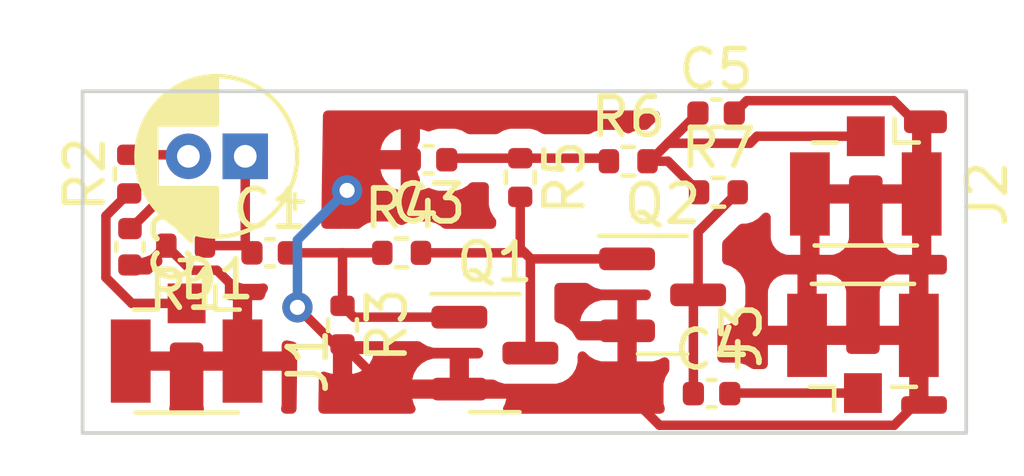
<source format=kicad_pcb>
(kicad_pcb (version 20211014) (generator pcbnew)
  (layers (0 "F.Cu" signal) (1 "In1.Cu" signal) (2 "In2.Cu" signal) (31 "B.Cu" signal) (34 "B.Paste" user) (35 "F.Paste" user) (36 "B.SilkS" user "B.Silkscreen") (37 "F.SilkS" user "F.Silkscreen") (38 "B.Mask" user) (39 "F.Mask" user) (44 "Edge.Cuts" user))
  (net 0 "")
  (net 1 "Net-(C1-Pad1)")
  (net 2 "Net-(C1-Pad2)")
  (net 3 "Net-(C2-Pad1)")
  (net 4 "GND1")
  (net 5 "Net-(C3-Pad1)")
  (net 6 "GND2")
  (net 7 "Net-(C4-Pad1)")
  (net 8 "Net-(C4-Pad2)")
  (net 9 "Net-(C5-Pad1)")
  (net 10 "Net-(J1-Pad1)")
  (net 11 "Net-(Q1-Pad3)")
  (footprint "Connector_Coaxial:U.FL_Hirose_U.FL-R-SMT-1_Vertical" (layer "F.Cu") (at 88.695 73.825 -90)
    (fp_text reference "J1" (at 0.475 -3.2 90) (layer "F.SilkS"))
    (fp_text value "HV")
    (fp_line (start -0.885 1.4) (end -0.885 0.76) (layer "F.SilkS") (width 0.12))
    (fp_line (start -0.885 -1.4) (end -0.885 -0.76) (layer "F.SilkS") (width 0.12))
    (fp_line (start -0.885 -0.76) (end -1.515 -0.76) (layer "F.SilkS") (width 0.12))
    (fp_line (start 1.835 -1.35) (end 1.835 1.35) (layer "F.SilkS") (width 0.12))
    (pad "1" smd rect (at -1.05 0 270) (size 1.05 1) (layers "F.Cu" "F.Paste" "F.Mask") (net 10 "Net-(J1-Pad1)"))
    (pad "2" smd rect (at 0.475 1.475 270) (size 2.2 1.05) (layers "F.Cu" "F.Paste" "F.Mask") (net 4 "GND1"))
    (pad "2" smd rect (at 0.475 -1.475 270) (size 2.2 1.05) (layers "F.Cu" "F.Paste" "F.Mask") (net 4 "GND1"))
  )
  (footprint "Resistor_SMD:R_0402_1005Metric" (layer "F.Cu") (at 97.5 69.45 -90)
    (fp_text reference "R5" (at 0 -1.17 90) (layer "F.SilkS"))
    (fp_text value "R")
    (fp_line (start -0.153641 -0.38) (end 0.153641 -0.38) (layer "F.SilkS") (width 0.12))
    (fp_line (start -0.153641 0.38) (end 0.153641 0.38) (layer "F.SilkS") (width 0.12))
    (pad "1" smd roundrect (at -0.51 0 270) (size 0.54 0.64) (layers "F.Cu" "F.Paste" "F.Mask") (net 5 "Net-(C3-Pad1)"))
    (pad "2" smd roundrect (at 0.51 0 270) (size 0.54 0.64) (layers "F.Cu" "F.Paste" "F.Mask") (net 11 "Net-(Q1-Pad3)"))
  )
  (footprint "Capacitor_SMD:C_0402_1005Metric" (layer "F.Cu") (at 102.67 67.75)
    (fp_text reference "C5" (at 0 -1.16) (layer "F.SilkS"))
    (fp_text value "C")
    (fp_line (start -0.107836 -0.36) (end 0.107836 -0.36) (layer "F.SilkS") (width 0.12))
    (fp_line (start -0.107836 0.36) (end 0.107836 0.36) (layer "F.SilkS") (width 0.12))
    (pad "1" smd roundrect (at -0.48 0) (size 0.56 0.62) (layers "F.Cu" "F.Paste" "F.Mask") (net 9 "Net-(C5-Pad1)"))
    (pad "2" smd roundrect (at 0.48 0) (size 0.56 0.62) (layers "F.Cu" "F.Paste" "F.Mask") (net 6 "GND2"))
  )
  (footprint "Package_TO_SOT_SMD:SOT-23" (layer "F.Cu") (at 101.2575 72.55)
    (fp_text reference "Q2" (at 0 -2.4) (layer "F.SilkS"))
    (fp_text value "Q_NPN_BCE")
    (fp_line (start 0 -1.56) (end 0.65 -1.56) (layer "F.SilkS") (width 0.12))
    (fp_line (start 0 -1.56) (end -1.675 -1.56) (layer "F.SilkS") (width 0.12))
    (fp_line (start 0 1.56) (end 0.65 1.56) (layer "F.SilkS") (width 0.12))
    (fp_line (start 0 1.56) (end -0.65 1.56) (layer "F.SilkS") (width 0.12))
    (pad "1" smd roundrect (at -0.9375 -0.95) (size 1.475 0.6) (layers "F.Cu" "F.Paste" "F.Mask") (net 11 "Net-(Q1-Pad3)"))
    (pad "2" smd roundrect (at -0.9375 0.95) (size 1.475 0.6) (layers "F.Cu" "F.Paste" "F.Mask") (net 6 "GND2"))
    (pad "3" smd roundrect (at 0.9375 0) (size 1.475 0.6) (layers "F.Cu" "F.Paste" "F.Mask") (net 7 "Net-(C4-Pad1)"))
  )
  (footprint "Resistor_SMD:R_0402_1005Metric" (layer "F.Cu") (at 94.37 71.44)
    (fp_text reference "R4" (at 0 -1.17) (layer "F.SilkS"))
    (fp_text value "R")
    (fp_line (start -0.153641 0.38) (end 0.153641 0.38) (layer "F.SilkS") (width 0.12))
    (fp_line (start -0.153641 -0.38) (end 0.153641 -0.38) (layer "F.SilkS") (width 0.12))
    (pad "1" smd roundrect (at -0.51 0) (size 0.54 0.64) (layers "F.Cu" "F.Paste" "F.Mask") (net 2 "Net-(C1-Pad2)"))
    (pad "2" smd roundrect (at 0.51 0) (size 0.54 0.64) (layers "F.Cu" "F.Paste" "F.Mask") (net 11 "Net-(Q1-Pad3)"))
  )
  (footprint "Connector_Coaxial:U.FL_Hirose_U.FL-R-SMT-1_Vertical" (layer "F.Cu") (at 106.62 69.41 -90)
    (fp_text reference "J2" (at 0.475 -3.2 90) (layer "F.SilkS"))
    (fp_text value "Amp")
    (fp_line (start -0.885 -1.4) (end -0.885 -0.76) (layer "F.SilkS") (width 0.12))
    (fp_line (start -0.885 1.4) (end -0.885 0.76) (layer "F.SilkS") (width 0.12))
    (fp_line (start 1.835 -1.35) (end 1.835 1.35) (layer "F.SilkS") (width 0.12))
    (fp_line (start -0.885 -0.76) (end -1.515 -0.76) (layer "F.SilkS") (width 0.12))
    (pad "1" smd rect (at -1.05 0 270) (size 1.05 1) (layers "F.Cu" "F.Paste" "F.Mask") (net 9 "Net-(C5-Pad1)"))
    (pad "2" smd rect (at 0.475 1.475 270) (size 2.2 1.05) (layers "F.Cu" "F.Paste" "F.Mask") (net 6 "GND2"))
    (pad "2" smd rect (at 0.475 -1.475 270) (size 2.2 1.05) (layers "F.Cu" "F.Paste" "F.Mask") (net 6 "GND2"))
  )
  (footprint "Capacitor_SMD:C_0402_1005Metric" (layer "F.Cu") (at 90.9 71.44)
    (fp_text reference "C1" (at 0 -1.16) (layer "F.SilkS"))
    (fp_text value "C")
    (fp_line (start -0.107836 -0.36) (end 0.107836 -0.36) (layer "F.SilkS") (width 0.12))
    (fp_line (start -0.107836 0.36) (end 0.107836 0.36) (layer "F.SilkS") (width 0.12))
    (pad "1" smd roundrect (at -0.48 0) (size 0.56 0.62) (layers "F.Cu" "F.Paste" "F.Mask") (net 1 "Net-(C1-Pad1)"))
    (pad "2" smd roundrect (at 0.48 0) (size 0.56 0.62) (layers "F.Cu" "F.Paste" "F.Mask") (net 2 "Net-(C1-Pad2)"))
  )
  (footprint "Capacitor_SMD:C_0402_1005Metric" (layer "F.Cu") (at 87.2 71.28 -90)
    (fp_text reference "C2" (at 0 -1.16 90) (layer "F.SilkS"))
    (fp_text value "C")
    (fp_line (start -0.107836 -0.36) (end 0.107836 -0.36) (layer "F.SilkS") (width 0.12))
    (fp_line (start -0.107836 0.36) (end 0.107836 0.36) (layer "F.SilkS") (width 0.12))
    (pad "1" smd roundrect (at -0.48 0 270) (size 0.56 0.62) (layers "F.Cu" "F.Paste" "F.Mask") (net 3 "Net-(C2-Pad1)"))
    (pad "2" smd roundrect (at 0.48 0 270) (size 0.56 0.62) (layers "F.Cu" "F.Paste" "F.Mask") (net 4 "GND1"))
  )
  (footprint "Capacitor_SMD:C_0402_1005Metric" (layer "F.Cu") (at 102.55 75.16)
    (fp_text reference "C4" (at 0 -1.16) (layer "F.SilkS"))
    (fp_text value "C")
    (fp_line (start -0.107836 -0.36) (end 0.107836 -0.36) (layer "F.SilkS") (width 0.12))
    (fp_line (start -0.107836 0.36) (end 0.107836 0.36) (layer "F.SilkS") (width 0.12))
    (pad "1" smd roundrect (at -0.48 0) (size 0.56 0.62) (layers "F.Cu" "F.Paste" "F.Mask") (net 7 "Net-(C4-Pad1)"))
    (pad "2" smd roundrect (at 0.48 0) (size 0.56 0.62) (layers "F.Cu" "F.Paste" "F.Mask") (net 8 "Net-(C4-Pad2)"))
  )
  (footprint "Connector_Coaxial:U.FL_Hirose_U.FL-R-SMT-1_Vertical" (layer "F.Cu") (at 106.545 74.095 90)
    (fp_text reference "J3" (at 0.475 -3.2 90) (layer "F.SilkS"))
    (fp_text value "Signal")
    (fp_line (start -0.885 -1.4) (end -0.885 -0.76) (layer "F.SilkS") (width 0.12))
    (fp_line (start -0.885 -0.76) (end -1.515 -0.76) (layer "F.SilkS") (width 0.12))
    (fp_line (start -0.885 1.4) (end -0.885 0.76) (layer "F.SilkS") (width 0.12))
    (fp_line (start 1.835 -1.35) (end 1.835 1.35) (layer "F.SilkS") (width 0.12))
    (pad "1" smd rect (at -1.05 0 90) (size 1.05 1) (layers "F.Cu" "F.Paste" "F.Mask") (net 8 "Net-(C4-Pad2)"))
    (pad "2" smd rect (at 0.475 -1.475 90) (size 2.2 1.05) (layers "F.Cu" "F.Paste" "F.Mask") (net 6 "GND2"))
    (pad "2" smd rect (at 0.475 1.475 90) (size 2.2 1.05) (layers "F.Cu" "F.Paste" "F.Mask") (net 6 "GND2"))
  )
  (footprint "Capacitor_SMD:C_0402_1005Metric" (layer "F.Cu") (at 95.08 68.98 180)
    (fp_text reference "C3" (at 0 -1.16) (layer "F.SilkS"))
    (fp_text value "C")
    (fp_line (start -0.107836 0.36) (end 0.107836 0.36) (layer "F.SilkS") (width 0.12))
    (fp_line (start -0.107836 -0.36) (end 0.107836 -0.36) (layer "F.SilkS") (width 0.12))
    (pad "1" smd roundrect (at -0.48 0 180) (size 0.56 0.62) (layers "F.Cu" "F.Paste" "F.Mask") (net 5 "Net-(C3-Pad1)"))
    (pad "2" smd roundrect (at 0.48 0 180) (size 0.56 0.62) (layers "F.Cu" "F.Paste" "F.Mask") (net 6 "GND2"))
  )
  (footprint "Resistor_SMD:R_0402_1005Metric" (layer "F.Cu") (at 102.73 69.84)
    (fp_text reference "R7" (at 0 -1.17) (layer "F.SilkS"))
    (fp_text value "R")
    (fp_line (start -0.153641 -0.38) (end 0.153641 -0.38) (layer "F.SilkS") (width 0.12))
    (fp_line (start -0.153641 0.38) (end 0.153641 0.38) (layer "F.SilkS") (width 0.12))
    (pad "1" smd roundrect (at -0.51 0) (size 0.54 0.64) (layers "F.Cu" "F.Paste" "F.Mask") (net 9 "Net-(C5-Pad1)"))
    (pad "2" smd roundrect (at 0.51 0) (size 0.54 0.64) (layers "F.Cu" "F.Paste" "F.Mask") (net 7 "Net-(C4-Pad1)"))
  )
  (footprint "Resistor_SMD:R_0402_1005Metric" (layer "F.Cu") (at 87.18 69.36 90)
    (fp_text reference "R2" (at 0 -1.17 90) (layer "F.SilkS"))
    (fp_text value "R")
    (fp_line (start -0.153641 -0.38) (end 0.153641 -0.38) (layer "F.SilkS") (width 0.12))
    (fp_line (start -0.153641 0.38) (end 0.153641 0.38) (layer "F.SilkS") (width 0.12))
    (pad "1" smd roundrect (at -0.51 0 90) (size 0.54 0.64) (layers "F.Cu" "F.Paste" "F.Mask") (net 10 "Net-(J1-Pad1)"))
    (pad "2" smd roundrect (at 0.51 0 90) (size 0.54 0.64) (layers "F.Cu" "F.Paste" "F.Mask") (net 3 "Net-(C2-Pad1)"))
  )
  (footprint "Capacitor_THT:CP_Radial_D4.0mm_P1.50mm" (layer "F.Cu") (at 90.2426 68.89 180)
    (fp_text reference "D1" (at 0.75 -3.25 180) (layer "F.SilkS"))
    (fp_text value "DIODE")
    (fp_line (start 2.231 0.84) (end 2.231 1.478) (layer "F.SilkS") (width 0.12))
    (fp_line (start 1.911 -1.735) (end 1.911 -0.84) (layer "F.SilkS") (width 0.12))
    (fp_line (start 1.471 0.84) (end 1.471 1.954) (layer "F.SilkS") (width 0.12))
    (fp_line (start 2.391 -1.304) (end 2.391 1.304) (layer "F.SilkS") (width 0.12))
    (fp_line (start 1.07 0.84) (end 1.07 2.056) (layer "F.SilkS") (width 0.12))
    (fp_line (start 1.23 0.84) (end 1.23 2.025) (layer "F.SilkS") (width 0.12))
    (fp_line (start 2.591 -1.013) (end 2.591 1.013) (layer "F.SilkS") (width 0.12))
    (fp_line (start 0.87 -2.077) (end 0.87 -0.84) (layer "F.SilkS") (width 0.12))
    (fp_line (start 1.551 -1.924) (end 1.551 -0.84) (layer "F.SilkS") (width 0.12))
    (fp_line (start 2.511 -1.142) (end 2.511 1.142) (layer "F.SilkS") (width 0.12))
    (fp_line (start 1.631 0.84) (end 1.631 1.889) (layer "F.SilkS") (width 0.12))
    (fp_line (start 2.151 -1.552) (end 2.151 -0.84) (layer "F.SilkS") (width 0.12))
    (fp_line (start 0.75 -2.08) (end 0.75 -0.84) (layer "F.SilkS") (width 0.12))
    (fp_line (start 2.311 0.84) (end 2.311 1.396) (layer "F.SilkS") (width 0.12))
    (fp_line (start 0.99 0.84) (end 0.99 2.067) (layer "F.SilkS") (width 0.12))
    (fp_line (start 0.79 -2.08) (end 0.79 -0.84) (layer "F.SilkS") (width 0.12))
    (fp_line (start 0.83 0.84) (end 0.83 2.079) (layer "F.SilkS") (width 0.12))
    (fp_line (start 1.711 -1.851) (end 1.711 -0.84) (layer "F.SilkS") (width 0.12))
    (fp_line (start 2.111 -1.587) (end 2.111 -0.84) (layer "F.SilkS") (width 0.12))
    (fp_line (start 1.23 -2.025) (end 1.23 -0.84) (layer "F.SilkS") (width 0.12))
    (fp_line (start 1.27 -2.016) (end 1.27 -0.84) (layer "F.SilkS") (width 0.12))
    (fp_line (start -1.519801 -1.195) (end -1.119801 -1.195) (layer "F.SilkS") (width 0.12))
    (fp_line (start 1.03 0.84) (end 1.03 2.062) (layer "F.SilkS") (width 0.12))
    (fp_line (start 1.43 -1.968) (end 1.43 -0.84) (layer "F.SilkS") (width 0.12))
    (fp_line (start 1.831 0.84) (end 1.831 1.785) (layer "F.SilkS") (width 0.12))
    (fp_line (start 2.111 0.84) (end 2.111 1.587) (layer "F.SilkS") (width 0.12))
    (fp_line (start 1.711 0.84) (end 1.711 1.851) (layer "F.SilkS") (width 0.12))
    (fp_line (start 1.871 0.84) (end 1.871 1.76) (layer "F.SilkS") (width 0.12))
    (fp_line (start 2.631 -0.94) (end 2.631 0.94) (layer "F.SilkS") (width 0.12))
    (fp_line (start 1.471 -1.954) (end 1.471 -0.84) (layer "F.SilkS") (width 0.12))
    (fp_line (start 1.831 -1.785) (end 1.831 -0.84) (layer "F.SilkS") (width 0.12))
    (fp_line (start 1.911 0.84) (end 1.911 1.735) (layer "F.SilkS") (width 0.12))
    (fp_line (start 2.311 -1.396) (end 2.311 -0.84) (layer "F.SilkS") (width 0.12))
    (fp_line (start 1.871 -1.76) (end 1.871 -0.84) (layer "F.SilkS") (width 0.12))
    (fp_line (start 0.75 0.84) (end 0.75 2.08) (layer "F.SilkS") (width 0.12))
    (fp_line (start -1.319801 -1.395) (end -1.319801 -0.995) (layer "F.SilkS") (width 0.12))
    (fp_line (start 2.031 -1.65) (end 2.031 -0.84) (layer "F.SilkS") (width 0.12))
    (fp_line (start 1.11 0.84) (end 1.11 2.05) (layer "F.SilkS") (width 0.12))
    (fp_line (start 1.03 -2.062) (end 1.03 -0.84) (layer "F.SilkS") (width 0.12))
    (fp_line (start 0.91 0.84) (end 0.91 2.074) (layer "F.SilkS") (width 0.12))
    (fp_line (start 1.15 0.84) (end 1.15 2.042) (layer "F.SilkS") (width 0.12))
    (fp_line (start 1.791 0.84) (end 1.791 1.808) (layer "F.SilkS") (width 0.12))
    (fp_line (start 1.39 -1.982) (end 1.39 -0.84) (layer "F.SilkS") (width 0.12))
    (fp_line (start 0.95 0.84) (end 0.95 2.071) (layer "F.SilkS") (width 0.12))
    (fp_line (start 0.95 -2.071) (end 0.95 -0.84) (layer "F.SilkS") (width 0.12))
    (fp_line (start 2.271 -1.438) (end 2.271 -0.84) (layer "F.SilkS") (width 0.12))
    (fp_line (start 1.671 0.84) (end 1.671 1.87) (layer "F.SilkS") (width 0.12))
    (fp_line (start 1.551 0.84) (end 1.551 1.924) (layer "F.SilkS") (width 0.12))
    (fp_line (start 1.671 -1.87) (end 1.671 -0.84) (layer "F.SilkS") (width 0.12))
    (fp_line (start 1.19 -2.034) (end 1.19 -0.84) (layer "F.SilkS") (width 0.12))
    (fp_line (start 2.671 -0.859) (end 2.671 0.859) (layer "F.SilkS") (width 0.12))
    (fp_line (start 1.11 -2.05) (end 1.11 -0.84) (layer "F.SilkS") (width 0.12))
    (fp_line (start 2.431 -1.254) (end 2.431 1.254) (layer "F.SilkS") (width 0.12))
    (fp_line (start 1.511 0.84) (end 1.511 1.94) (layer "F.SilkS") (width 0.12))
    (fp_line (start 0.79 0.84) (end 0.79 2.08) (layer "F.SilkS") (width 0.12))
    (fp_line (start 0.83 -2.079) (end 0.83 -0.84) (layer "F.SilkS") (width 0.12))
    (fp_line (start 1.951 -1.708) (end 1.951 -0.84) (layer "F.SilkS") (width 0.12))
    (fp_line (start 1.591 0.84) (end 1.591 1.907) (layer "F.SilkS") (width 0.12))
    (fp_line (start 1.991 -1.68) (end 1.991 -0.84) (layer "F.SilkS") (width 0.12))
    (fp_line (start 1.31 0.84) (end 1.31 2.005) (layer "F.SilkS") (width 0.12))
    (fp_line (start 2.471 -1.2) (end 2.471 1.2) (layer "F.SilkS") (width 0.12))
    (fp_line (start 2.151 0.84) (end 2.151 1.552) (layer "F.SilkS") (width 0.12))
    (fp_line (start 1.951 0.84) (end 1.951 1.708) (layer "F.SilkS") (width 0.12))
    (fp_line (start 1.15 -2.042) (end 1.15 -0.84) (layer "F.SilkS") (width 0.12))
    (fp_line (start 1.35 0.84) (end 1.35 1.994) (layer "F.SilkS") (width 0.12))
    (fp_line (start 1.35 -1.994) (end 1.35 -0.84) (layer "F.SilkS") (width 0.12))
    (fp_line (start 1.991 0.84) (end 1.991 1.68) (layer "F.SilkS") (width 0.12))
    (fp_line (start 1.07 -2.056) (end 1.07 -0.84) (layer "F.SilkS") (width 0.12))
    (fp_line (start 1.31 -2.005) (end 1.31 -0.84) (layer "F.SilkS") (width 0.12))
    (fp_line (start 1.591 -1.907) (end 1.591 -0.84) (layer "F.SilkS") (width 0.12))
    (fp_line (start 2.191 -1.516) (end 2.191 -0.84) (layer "F.SilkS") (width 0.12))
    (fp_line (start 1.751 0.84) (end 1.751 1.83) (layer "F.SilkS") (width 0.12))
    (fp_line (start 2.551 -1.08) (end 2.551 1.08) (layer "F.SilkS") (width 0.12))
    (fp_line (start 0.99 -2.067) (end 0.99 -0.84) (layer "F.SilkS") (width 0.12))
    (fp_line (start 2.751 -0.664) (end 2.751 0.664) (layer "F.SilkS") (width 0.12))
    (fp_line (start 2.231 -1.478) (end 2.231 -0.84) (layer "F.SilkS") (width 0.12))
    (fp_line (start 2.071 -1.619) (end 2.071 -0.84) (layer "F.SilkS") (width 0.12))
    (fp_line (start 2.071 0.84) (end 2.071 1.619) (layer "F.SilkS") (width 0.12))
    (fp_line (start 2.191 0.84) (end 2.191 1.516) (layer "F.SilkS") (width 0.12))
    (fp_line (start 2.711 -0.768) (end 2.711 0.768) (layer "F.SilkS") (width 0.12))
    (fp_line (start 2.831 -0.37) (end 2.831 0.37) (layer "F.SilkS") (width 0.12))
    (fp_line (start 0.91 -2.074) (end 0.91 -0.84) (layer "F.SilkS") (width 0.12))
    (fp_line (start 1.43 0.84) (end 1.43 1.968) (layer "F.SilkS") (width 0.12))
    (fp_line (start 1.631 -1.889) (end 1.631 -0.84) (layer "F.SilkS") (width 0.12))
    (fp_line (start 1.791 -1.808) (end 1.791 -0.84) (layer "F.SilkS") (width 0.12))
    (fp_line (start 0.87 0.84) (end 0.87 2.077) (layer "F.SilkS") (width 0.12))
    (fp_line (start 2.351 -1.351) (end 2.351 1.351) (layer "F.SilkS") (width 0.12))
    (fp_line (start 2.791 -0.537) (end 2.791 0.537) (layer "F.SilkS") (width 0.12))
    (fp_line (start 2.031 0.84) (end 2.031 1.65) (layer "F.SilkS") (width 0.12))
    (fp_line (start 1.751 -1.83) (end 1.751 -0.84) (layer "F.SilkS") (width 0.12))
    (fp_line (start 1.39 0.84) (end 1.39 1.982) (layer "F.SilkS") (width 0.12))
    (fp_line (start 1.511 -1.94) (end 1.511 -0.84) (layer "F.SilkS") (width 0.12))
    (fp_line (start 2.271 0.84) (end 2.271 1.438) (layer "F.SilkS") (width 0.12))
    (fp_line (start 1.27 0.84) (end 1.27 2.016) (layer "F.SilkS") (width 0.12))
    (fp_line (start 1.19 0.84) (end 1.19 2.034) (layer "F.SilkS") (width 0.12))
    (fp_circle (center 0.75 0) (end 2.87 0) (layer "F.SilkS") (width 0.12) (fill none))
    (pad "1" thru_hole rect (at 0 0 180) (size 1.2 1.2) (drill 0.6) (layers *.Cu *.Mask) (net 1 "Net-(C1-Pad1)"))
    (pad "2" thru_hole circle (at 1.5 0 180) (size 1.2 1.2) (drill 0.6) (layers *.Cu *.Mask) (net 3 "Net-(C2-Pad1)"))
  )
  (footprint "Resistor_SMD:R_0402_1005Metric" (layer "F.Cu") (at 100.35 69.02)
    (fp_text reference "R6" (at 0 -1.17) (layer "F.SilkS"))
    (fp_text value "R")
    (fp_line (start -0.153641 0.38) (end 0.153641 0.38) (layer "F.SilkS") (width 0.12))
    (fp_line (start -0.153641 -0.38) (end 0.153641 -0.38) (layer "F.SilkS") (width 0.12))
    (pad "1" smd roundrect (at -0.51 0) (size 0.54 0.64) (layers "F.Cu" "F.Paste" "F.Mask") (net 5 "Net-(C3-Pad1)"))
    (pad "2" smd roundrect (at 0.51 0) (size 0.54 0.64) (layers "F.Cu" "F.Paste" "F.Mask") (net 9 "Net-(C5-Pad1)"))
  )
  (footprint "Package_TO_SOT_SMD:SOT-23" (layer "F.Cu") (at 96.83 74.09)
    (fp_text reference "Q1" (at 0 -2.4) (layer "F.SilkS"))
    (fp_text value "Q_NPN_BCE")
    (fp_line (start 0 1.56) (end -0.65 1.56) (layer "F.SilkS") (width 0.12))
    (fp_line (start 0 -1.56) (end 0.65 -1.56) (layer "F.SilkS") (width 0.12))
    (fp_line (start 0 -1.56) (end -1.675 -1.56) (layer "F.SilkS") (width 0.12))
    (fp_line (start 0 1.56) (end 0.65 1.56) (layer "F.SilkS") (width 0.12))
    (pad "1" smd roundrect (at -0.9375 -0.95) (size 1.475 0.6) (layers "F.Cu" "F.Paste" "F.Mask") (net 2 "Net-(C1-Pad2)"))
    (pad "2" smd roundrect (at -0.9375 0.95) (size 1.475 0.6) (layers "F.Cu" "F.Paste" "F.Mask") (net 6 "GND2"))
    (pad "3" smd roundrect (at 0.9375 0) (size 1.475 0.6) (layers "F.Cu" "F.Paste" "F.Mask") (net 11 "Net-(Q1-Pad3)"))
  )
  (footprint "Resistor_SMD:R_0402_1005Metric" (layer "F.Cu") (at 92.81 73.35 -90)
    (fp_text reference "R3" (at 0 -1.17 90) (layer "F.SilkS"))
    (fp_text value "R")
    (fp_line (start -0.153641 0.38) (end 0.153641 0.38) (layer "F.SilkS") (width 0.12))
    (fp_line (start -0.153641 -0.38) (end 0.153641 -0.38) (layer "F.SilkS") (width 0.12))
    (pad "1" smd roundrect (at -0.51 0 270) (size 0.54 0.64) (layers "F.Cu" "F.Paste" "F.Mask") (net 2 "Net-(C1-Pad2)"))
    (pad "2" smd roundrect (at 0.51 0 270) (size 0.54 0.64) (layers "F.Cu" "F.Paste" "F.Mask") (net 6 "GND2"))
  )
  (footprint "Resistor_SMD:R_0402_1005Metric" (layer "F.Cu") (at 88.67 71.25 180)
    (fp_text reference "R1" (at 0 -1.17) (layer "F.SilkS"))
    (fp_text value "R")
    (fp_line (start -0.153641 0.38) (end 0.153641 0.38) (layer "F.SilkS") (width 0.12))
    (fp_line (start -0.153641 -0.38) (end 0.153641 -0.38) (layer "F.SilkS") (width 0.12))
    (pad "1" smd roundrect (at -0.51 0 180) (size 0.54 0.64) (layers "F.Cu" "F.Paste" "F.Mask") (net 1 "Net-(C1-Pad1)"))
    (pad "2" smd roundrect (at 0.51 0 180) (size 0.54 0.64) (layers "F.Cu" "F.Paste" "F.Mask") (net 4 "GND1"))
  )
  (gr_rect (start 85.95 67.17) (end 109.27 76.2) (layer "Edge.Cuts") (width 0.1) (fill none))
  (segment (start 90.41 71.45) (end 90.42 71.44) (width 0.25) (layer "F.Cu") (net 1))
  (segment (start 90.42 71.44) (end 90.2426 71.2626) (width 0.25) (layer "F.Cu") (net 1))
  (segment (start 90.2426 71.2626) (end 90.2426 68.89) (width 0.25) (layer "F.Cu") (net 1))
  (segment (start 90.23 71.25) (end 90.42 71.44) (width 0.25) (layer "F.Cu") (net 1))
  (segment (start 89.18 71.25) (end 90.23 71.25) (width 0.25) (layer "F.Cu") (net 1))
  (segment (start 92.81 72.84) (end 92.81 71.44) (width 0.25) (layer "F.Cu") (net 2))
  (segment (start 93.11 73.14) (end 92.81 72.84) (width 0.25) (layer "F.Cu") (net 2))
  (segment (start 92.81 71.44) (end 93.86 71.44) (width 0.25) (layer "F.Cu") (net 2))
  (segment (start 95.8925 73.14) (end 93.11 73.14) (width 0.25) (layer "F.Cu") (net 2))
  (segment (start 91.38 71.44) (end 92.81 71.44) (width 0.25) (layer "F.Cu") (net 2))
  (segment (start 88.7026 68.85) (end 88.7426 68.89) (width 0.25) (layer "F.Cu") (net 3))
  (segment (start 87.220538 70.8) (end 87.83 70.190538) (width 0.25) (layer "F.Cu") (net 3))
  (segment (start 87.18 68.85) (end 88.7026 68.85) (width 0.25) (layer "F.Cu") (net 3))
  (segment (start 87.83 70.190538) (end 87.83 68.85) (width 0.25) (layer "F.Cu") (net 3))
  (segment (start 87.2 70.8) (end 87.220538 70.8) (width 0.25) (layer "F.Cu") (net 3))
  (segment (start 87.65 71.76) (end 88.16 71.25) (width 0.25) (layer "F.Cu") (net 4))
  (segment (start 89.495 71.9) (end 88.81 71.9) (width 0.25) (layer "F.Cu") (net 4))
  (segment (start 90.17 72.575) (end 89.495 71.9) (width 0.25) (layer "F.Cu") (net 4))
  (segment (start 87.2 71.76) (end 87.65 71.76) (width 0.25) (layer "F.Cu") (net 4))
  (segment (start 90.17 74.3) (end 90.17 72.575) (width 0.25) (layer "F.Cu") (net 4))
  (segment (start 88.81 71.9) (end 88.16 71.25) (width 0.25) (layer "F.Cu") (net 4))
  (segment (start 87.22 74.3) (end 90.17 74.3) (width 0.25) (layer "F.Cu") (net 4))
  (segment (start 99.76 68.94) (end 99.84 69.02) (width 0.25) (layer "F.Cu") (net 5))
  (segment (start 97.5 68.94) (end 95.6 68.94) (width 0.25) (layer "F.Cu") (net 5))
  (segment (start 95.6 68.94) (end 95.56 68.98) (width 0.25) (layer "F.Cu") (net 5))
  (segment (start 97.5 68.94) (end 99.76 68.94) (width 0.25) (layer "F.Cu") (net 5))
  (segment (start 108.095 69.885) (end 108.095 68.16) (width 0.25) (layer "F.Cu") (net 6))
  (segment (start 103.48 67.42) (end 103.15 67.75) (width 0.25) (layer "F.Cu") (net 6))
  (segment (start 108.095 68.16) (end 107.355 67.42) (width 0.25) (layer "F.Cu") (net 6))
  (segment (start 93.99 75.04) (end 92.81 73.86) (width 0.25) (layer "F.Cu") (net 6))
  (segment (start 105.07 69.96) (end 105.145 69.885) (width 0.25) (layer "F.Cu") (net 6))
  (segment (start 100.32 74.94) (end 100.22 75.04) (width 0.25) (layer "F.Cu") (net 6))
  (segment (start 108.02 75.345) (end 107.37 75.995) (width 0.25) (layer "F.Cu") (net 6))
  (segment (start 105.07 73.62) (end 108.02 73.62) (width 0.25) (layer "F.Cu") (net 6))
  (segment (start 107.37 75.995) (end 101.175 75.995) (width 0.25) (layer "F.Cu") (net 6))
  (segment (start 101.175 75.995) (end 100.22 75.04) (width 0.25) (layer "F.Cu") (net 6))
  (segment (start 100.32 73.5) (end 100.32 74.94) (width 0.25) (layer "F.Cu") (net 6))
  (segment (start 105.145 69.885) (end 108.095 69.885) (width 0.25) (layer "F.Cu") (net 6))
  (segment (start 105.07 73.62) (end 105.07 69.96) (width 0.25) (layer "F.Cu") (net 6))
  (segment (start 92.6 73.86) (end 91.62 72.88) (width 0.25) (layer "F.Cu") (net 6))
  (segment (start 107.355 67.42) (end 103.48 67.42) (width 0.25) (layer "F.Cu") (net 6))
  (segment (start 92.81 73.86) (end 92.6 73.86) (width 0.25) (layer "F.Cu") (net 6))
  (segment (start 108.02 73.62) (end 108.02 75.345) (width 0.25) (layer "F.Cu") (net 6))
  (segment (start 94.6 68.98) (end 93.74 68.98) (width 0.25) (layer "F.Cu") (net 6))
  (segment (start 95.8925 75.04) (end 93.99 75.04) (width 0.25) (layer "F.Cu") (net 6))
  (segment (start 108.02 73.62) (end 108.02 69.96) (width 0.25) (layer "F.Cu") (net 6))
  (segment (start 95.8925 75.04) (end 100.22 75.04) (width 0.25) (layer "F.Cu") (net 6))
  (segment (start 93.74 68.98) (end 92.93 69.79) (width 0.25) (layer "F.Cu") (net 6))
  (segment (start 108.02 69.96) (end 108.095 69.885) (width 0.25) (layer "F.Cu") (net 6))
  (via (at 91.62 72.88) (size 0.8) (drill 0.4) (layers "F.Cu" "B.Cu") (net 6))
  (via (at 92.93 69.79) (size 0.8) (drill 0.4) (layers "F.Cu" "B.Cu") (net 6))
  (segment (start 92.93 69.79) (end 91.62 71.1) (width 0.25) (layer "B.Cu") (net 6))
  (segment (start 91.62 71.1) (end 91.62 72.88) (width 0.25) (layer "B.Cu") (net 6))
  (segment (start 102.195 70.885) (end 102.195 72.55) (width 0.25) (layer "F.Cu") (net 7))
  (segment (start 102.07 75.16) (end 102.07 72.675) (width 0.25) (layer "F.Cu") (net 7))
  (segment (start 103.24 69.84) (end 102.195 70.885) (width 0.25) (layer "F.Cu") (net 7))
  (segment (start 102.07 72.675) (end 102.195 72.55) (width 0.25) (layer "F.Cu") (net 7))
  (segment (start 106.545 75.145) (end 103.045 75.145) (width 0.25) (layer "F.Cu") (net 8))
  (segment (start 103.045 75.145) (end 103.03 75.16) (width 0.25) (layer "F.Cu") (net 8))
  (segment (start 101.4 69.02) (end 102.22 69.84) (width 0.25) (layer "F.Cu") (net 9))
  (segment (start 103.564462 68.545) (end 101.395 68.545) (width 0.25) (layer "F.Cu") (net 9))
  (segment (start 100.92 69.02) (end 101.395 68.545) (width 0.25) (layer "F.Cu") (net 9))
  (segment (start 106.62 68.36) (end 103.749462 68.36) (width 0.25) (layer "F.Cu") (net 9))
  (segment (start 101.395 68.545) (end 102.19 67.75) (width 0.25) (layer "F.Cu") (net 9))
  (segment (start 103.749462 68.36) (end 103.564462 68.545) (width 0.25) (layer "F.Cu") (net 9))
  (segment (start 100.86 69.02) (end 101.4 69.02) (width 0.25) (layer "F.Cu") (net 9))
  (segment (start 100.86 69.02) (end 100.92 69.02) (width 0.25) (layer "F.Cu") (net 9))
  (segment (start 87.247391 72.775) (end 86.565 72.092609) (width 0.25) (layer "F.Cu") (net 10))
  (segment (start 87.16 69.87) (end 87.18 69.87) (width 0.25) (layer "F.Cu") (net 10))
  (segment (start 86.565 72.092609) (end 86.565 70.465) (width 0.25) (layer "F.Cu") (net 10))
  (segment (start 88.695 72.775) (end 87.247391 72.775) (width 0.25) (layer "F.Cu") (net 10))
  (segment (start 86.565 70.465) (end 87.16 69.87) (width 0.25) (layer "F.Cu") (net 10))
  (segment (start 97.7675 71.5875) (end 97.62 71.44) (width 0.25) (layer "F.Cu") (net 11))
  (segment (start 97.5 71.32) (end 97.62 71.44) (width 0.25) (layer "F.Cu") (net 11))
  (segment (start 97.62 71.44) (end 94.88 71.44) (width 0.25) (layer "F.Cu") (net 11))
  (segment (start 100.32 71.6) (end 97.78 71.6) (width 0.25) (layer "F.Cu") (net 11))
  (segment (start 97.78 71.6) (end 97.62 71.44) (width 0.25) (layer "F.Cu") (net 11))
  (segment (start 97.7675 74.09) (end 97.7675 71.5875) (width 0.25) (layer "F.Cu") (net 11))
  (segment (start 97.5 69.96) (end 97.5 71.32) (width 0.25) (layer "F.Cu") (net 11))
  (zone (net 6) (net_name "GND2") (layer "F.Cu") (connect_pads (clearance 0.508)) (min_thickness 0.254) (fill yes (thermal_gap 0.508) (thermal_bridge_width 0.508))
    (polygon (pts (xy 92.54 64.85) (xy 110.66 64.85) (xy 110.82 77.2) (xy 92.15 76.94) (xy 92.34 64.81)))
  )
  (zone (net 4) (net_name "GND1") (layer "F.Cu") (connect_pads (clearance 0.508)) (min_thickness 0.254) (fill yes (thermal_gap 0.508) (thermal_bridge_width 0.508))
    (polygon (pts (xy 91.8 70.31) (xy 90.92 70.95) (xy 90.9 72.75) (xy 91.42 73.54) (xy 91.62 73.85) (xy 91.58 76.96) (xy 83.77 77.11) (xy 84.01 64.76) (xy 91.73 64.76)))
  )
)
</source>
